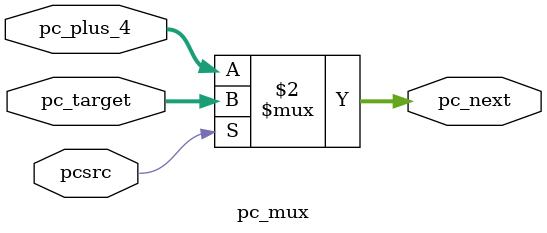
<source format=v>
module pc_mux(pc_next,pc_target,pc_plus_4,pcsrc);
parameter N=32;
output[N-1:0]pc_next;
input [N-1:0]pc_plus_4;
input[N-1:0]pc_target;
input pcsrc;
assign pc_next=(pcsrc==1)?pc_target:pc_plus_4;
endmodule

</source>
